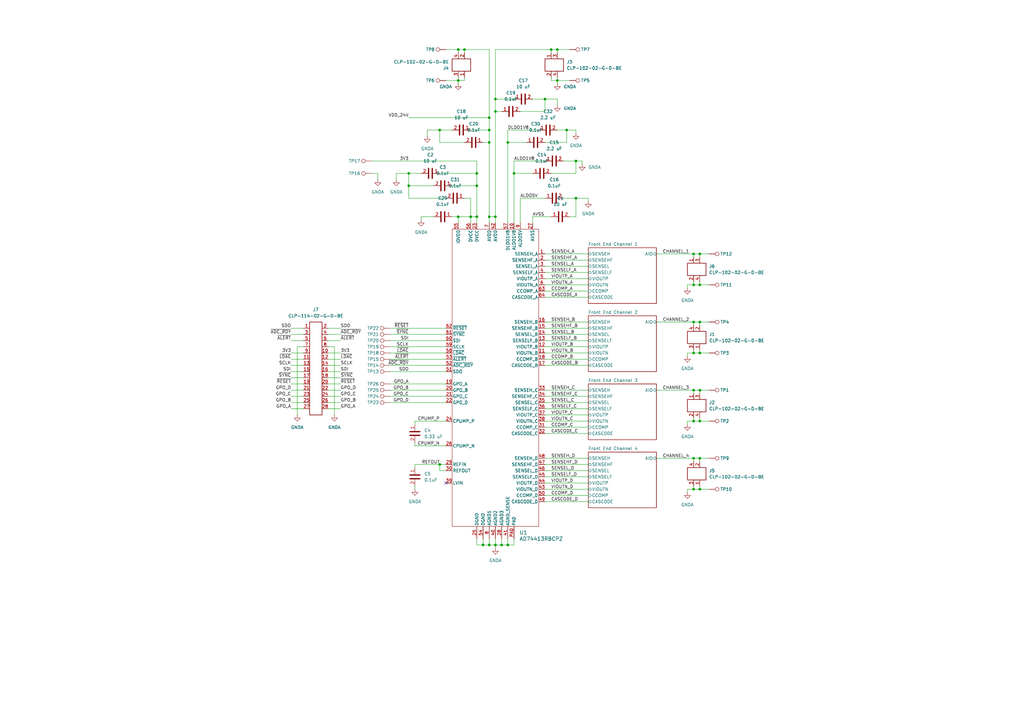
<source format=kicad_sch>
(kicad_sch (version 20231120) (generator "eeschema") (generator_version "8.0")
  (paper "A3")
  (junction (at 284.48 187.96))
  (junction (at 198.12 223.52))
  (junction (at 193.04 88.9))
  (junction (at 284.48 144.78))
  (junction (at 167.64 76.2))
  (junction (at 208.28 58.42))
  (junction (at 284.48 104.14))
  (junction (at 287.02 132.08))
  (junction (at 200.66 58.42))
  (junction (at 236.22 81.28))
  (junction (at 187.96 20.32))
  (junction (at 203.2 223.52))
  (junction (at 180.34 190.5))
  (junction (at 284.48 116.84))
  (junction (at 190.5 20.32))
  (junction (at 287.02 172.72))
  (junction (at 226.06 20.32))
  (junction (at 203.2 40.64))
  (junction (at 287.02 187.96))
  (junction (at 205.74 223.52))
  (junction (at 223.52 40.64))
  (junction (at 203.2 88.9))
  (junction (at 228.6 33.02))
  (junction (at 167.64 71.12))
  (junction (at 187.96 33.02))
  (junction (at 200.66 223.52))
  (junction (at 236.22 66.04))
  (junction (at 203.2 45.72))
  (junction (at 287.02 200.66))
  (junction (at 200.66 48.26))
  (junction (at 208.28 223.52))
  (junction (at 195.58 76.2))
  (junction (at 187.96 88.9))
  (junction (at 180.34 53.34))
  (junction (at 284.48 160.02))
  (junction (at 287.02 160.02))
  (junction (at 210.82 71.12))
  (junction (at 232.41 53.34))
  (junction (at 284.48 200.66))
  (junction (at 287.02 116.84))
  (junction (at 200.66 53.34))
  (junction (at 200.66 88.9))
  (junction (at 284.48 172.72))
  (junction (at 284.48 132.08))
  (junction (at 195.58 71.12))
  (junction (at 228.6 20.32))
  (junction (at 287.02 144.78))
  (junction (at 287.02 104.14))
  (junction (at 195.58 88.9))
  (no_connect (at 182.88 198.12))
  (wire (pts (xy 223.52 58.42) (xy 232.41 58.42)))
  (wire (pts (xy 228.6 31.75) (xy 228.6 33.02)))
  (wire (pts (xy 134.62 147.32) (xy 139.7 147.32)))
  (wire (pts (xy 190.5 20.32) (xy 190.5 21.59)))
  (wire (pts (xy 119.38 167.64) (xy 124.46 167.64)))
  (wire (pts (xy 232.41 53.34) (xy 228.6 53.34)))
  (wire (pts (xy 213.36 45.72) (xy 223.52 45.72)))
  (wire (pts (xy 198.12 220.98) (xy 198.12 223.52)))
  (wire (pts (xy 193.04 53.34) (xy 200.66 53.34)))
  (wire (pts (xy 228.6 34.29) (xy 228.6 33.02)))
  (wire (pts (xy 226.06 20.32) (xy 203.2 20.32)))
  (wire (pts (xy 223.52 114.3) (xy 241.3 114.3)))
  (wire (pts (xy 210.82 220.98) (xy 210.82 223.52)))
  (wire (pts (xy 218.44 71.12) (xy 210.82 71.12)))
  (wire (pts (xy 287.02 160.02) (xy 290.83 160.02)))
  (wire (pts (xy 200.66 20.32) (xy 200.66 48.26)))
  (wire (pts (xy 223.52 170.18) (xy 241.3 170.18)))
  (wire (pts (xy 170.18 173.99) (xy 170.18 172.72)))
  (wire (pts (xy 160.02 144.78) (xy 182.88 144.78)))
  (wire (pts (xy 200.66 223.52) (xy 203.2 223.52)))
  (wire (pts (xy 223.52 203.2) (xy 241.3 203.2)))
  (wire (pts (xy 134.62 167.64) (xy 139.7 167.64)))
  (wire (pts (xy 269.24 160.02) (xy 284.48 160.02)))
  (wire (pts (xy 210.82 40.64) (xy 203.2 40.64)))
  (wire (pts (xy 200.66 88.9) (xy 200.66 91.44)))
  (wire (pts (xy 187.96 20.32) (xy 190.5 20.32)))
  (wire (pts (xy 213.36 81.28) (xy 223.52 81.28)))
  (wire (pts (xy 190.5 31.75) (xy 190.5 33.02)))
  (wire (pts (xy 200.66 58.42) (xy 198.12 58.42)))
  (wire (pts (xy 200.66 53.34) (xy 200.66 48.26)))
  (wire (pts (xy 134.62 134.62) (xy 139.7 134.62)))
  (wire (pts (xy 223.52 104.14) (xy 241.3 104.14)))
  (wire (pts (xy 223.52 119.38) (xy 241.3 119.38)))
  (wire (pts (xy 223.52 106.68) (xy 241.3 106.68)))
  (wire (pts (xy 160.02 134.62) (xy 182.88 134.62)))
  (wire (pts (xy 170.18 181.61) (xy 170.18 182.88)))
  (wire (pts (xy 152.4 66.04) (xy 195.58 66.04)))
  (wire (pts (xy 208.28 58.42) (xy 208.28 91.44)))
  (wire (pts (xy 134.62 139.7) (xy 139.7 139.7)))
  (wire (pts (xy 284.48 104.14) (xy 287.02 104.14)))
  (wire (pts (xy 203.2 45.72) (xy 205.74 45.72)))
  (wire (pts (xy 205.74 220.98) (xy 205.74 223.52)))
  (wire (pts (xy 208.28 53.34) (xy 220.98 53.34)))
  (wire (pts (xy 134.62 162.56) (xy 139.7 162.56)))
  (wire (pts (xy 195.58 223.52) (xy 198.12 223.52)))
  (wire (pts (xy 228.6 20.32) (xy 228.6 21.59)))
  (wire (pts (xy 203.2 88.9) (xy 203.2 91.44)))
  (wire (pts (xy 170.18 172.72) (xy 182.88 172.72)))
  (wire (pts (xy 167.64 71.12) (xy 172.72 71.12)))
  (wire (pts (xy 228.6 40.64) (xy 223.52 40.64)))
  (wire (pts (xy 208.28 223.52) (xy 205.74 223.52)))
  (wire (pts (xy 200.66 58.42) (xy 200.66 88.9)))
  (wire (pts (xy 284.48 160.02) (xy 284.48 161.29)))
  (wire (pts (xy 210.82 71.12) (xy 210.82 66.04)))
  (wire (pts (xy 119.38 160.02) (xy 124.46 160.02)))
  (wire (pts (xy 160.02 160.02) (xy 182.88 160.02)))
  (wire (pts (xy 269.24 104.14) (xy 284.48 104.14)))
  (wire (pts (xy 134.62 165.1) (xy 139.7 165.1)))
  (wire (pts (xy 210.82 66.04) (xy 223.52 66.04)))
  (wire (pts (xy 287.02 172.72) (xy 290.83 172.72)))
  (wire (pts (xy 223.52 137.16) (xy 241.3 137.16)))
  (wire (pts (xy 223.52 132.08) (xy 241.3 132.08)))
  (wire (pts (xy 223.52 200.66) (xy 241.3 200.66)))
  (wire (pts (xy 134.62 157.48) (xy 139.7 157.48)))
  (wire (pts (xy 210.82 223.52) (xy 208.28 223.52)))
  (wire (pts (xy 215.9 58.42) (xy 208.28 58.42)))
  (wire (pts (xy 172.72 88.9) (xy 177.8 88.9)))
  (wire (pts (xy 193.04 88.9) (xy 195.58 88.9)))
  (wire (pts (xy 228.6 33.02) (xy 226.06 33.02)))
  (wire (pts (xy 119.38 139.7) (xy 124.46 139.7)))
  (wire (pts (xy 134.62 137.16) (xy 139.7 137.16)))
  (wire (pts (xy 284.48 200.66) (xy 287.02 200.66)))
  (wire (pts (xy 203.2 20.32) (xy 203.2 40.64)))
  (wire (pts (xy 167.64 76.2) (xy 167.64 71.12)))
  (wire (pts (xy 223.52 147.32) (xy 241.3 147.32)))
  (wire (pts (xy 119.38 165.1) (xy 124.46 165.1)))
  (wire (pts (xy 160.02 152.4) (xy 182.88 152.4)))
  (wire (pts (xy 182.88 33.02) (xy 187.96 33.02)))
  (wire (pts (xy 281.94 116.84) (xy 281.94 118.11)))
  (wire (pts (xy 281.94 144.78) (xy 284.48 144.78)))
  (wire (pts (xy 180.34 193.04) (xy 180.34 190.5)))
  (wire (pts (xy 287.02 200.66) (xy 290.83 200.66)))
  (wire (pts (xy 233.68 20.32) (xy 228.6 20.32)))
  (wire (pts (xy 185.42 76.2) (xy 195.58 76.2)))
  (wire (pts (xy 236.22 53.34) (xy 232.41 53.34)))
  (wire (pts (xy 134.62 154.94) (xy 139.7 154.94)))
  (wire (pts (xy 134.62 160.02) (xy 139.7 160.02)))
  (wire (pts (xy 208.28 220.98) (xy 208.28 223.52)))
  (wire (pts (xy 223.52 177.8) (xy 241.3 177.8)))
  (wire (pts (xy 187.96 88.9) (xy 185.42 88.9)))
  (wire (pts (xy 203.2 224.79) (xy 203.2 223.52)))
  (wire (pts (xy 119.38 162.56) (xy 124.46 162.56)))
  (wire (pts (xy 195.58 71.12) (xy 195.58 76.2)))
  (wire (pts (xy 223.52 193.04) (xy 241.3 193.04)))
  (wire (pts (xy 284.48 172.72) (xy 287.02 172.72)))
  (wire (pts (xy 223.52 40.64) (xy 218.44 40.64)))
  (wire (pts (xy 172.72 90.17) (xy 172.72 88.9)))
  (wire (pts (xy 121.92 142.24) (xy 124.46 142.24)))
  (wire (pts (xy 287.02 144.78) (xy 290.83 144.78)))
  (wire (pts (xy 223.52 45.72) (xy 223.52 40.64)))
  (wire (pts (xy 223.52 144.78) (xy 241.3 144.78)))
  (wire (pts (xy 233.68 88.9) (xy 236.22 88.9)))
  (wire (pts (xy 193.04 88.9) (xy 193.04 91.44)))
  (wire (pts (xy 195.58 71.12) (xy 195.58 66.04)))
  (wire (pts (xy 223.52 167.64) (xy 241.3 167.64)))
  (wire (pts (xy 134.62 152.4) (xy 139.7 152.4)))
  (wire (pts (xy 203.2 40.64) (xy 203.2 45.72)))
  (wire (pts (xy 200.66 220.98) (xy 200.66 223.52)))
  (wire (pts (xy 162.56 71.12) (xy 167.64 71.12)))
  (wire (pts (xy 119.38 147.32) (xy 124.46 147.32)))
  (wire (pts (xy 236.22 66.04) (xy 231.14 66.04)))
  (wire (pts (xy 223.52 195.58) (xy 241.3 195.58)))
  (wire (pts (xy 203.2 220.98) (xy 203.2 223.52)))
  (wire (pts (xy 208.28 58.42) (xy 208.28 53.34)))
  (wire (pts (xy 284.48 116.84) (xy 284.48 115.57)))
  (wire (pts (xy 175.26 53.34) (xy 180.34 53.34)))
  (wire (pts (xy 203.2 88.9) (xy 200.66 88.9)))
  (wire (pts (xy 134.62 142.24) (xy 137.16 142.24)))
  (wire (pts (xy 160.02 149.86) (xy 182.88 149.86)))
  (wire (pts (xy 223.52 116.84) (xy 241.3 116.84)))
  (wire (pts (xy 187.96 34.29) (xy 187.96 33.02)))
  (wire (pts (xy 160.02 137.16) (xy 182.88 137.16)))
  (wire (pts (xy 182.88 81.28) (xy 167.64 81.28)))
  (wire (pts (xy 119.38 149.86) (xy 124.46 149.86)))
  (wire (pts (xy 167.64 48.26) (xy 200.66 48.26)))
  (wire (pts (xy 223.52 175.26) (xy 241.3 175.26)))
  (wire (pts (xy 226.06 20.32) (xy 226.06 21.59)))
  (wire (pts (xy 281.94 200.66) (xy 281.94 201.93)))
  (wire (pts (xy 284.48 172.72) (xy 284.48 171.45)))
  (wire (pts (xy 160.02 139.7) (xy 182.88 139.7)))
  (wire (pts (xy 167.64 81.28) (xy 167.64 76.2)))
  (wire (pts (xy 210.82 71.12) (xy 210.82 91.44)))
  (wire (pts (xy 119.38 157.48) (xy 124.46 157.48)))
  (wire (pts (xy 223.52 205.74) (xy 241.3 205.74)))
  (wire (pts (xy 119.38 134.62) (xy 124.46 134.62)))
  (wire (pts (xy 119.38 144.78) (xy 124.46 144.78)))
  (wire (pts (xy 137.16 142.24) (xy 137.16 170.18)))
  (wire (pts (xy 223.52 142.24) (xy 241.3 142.24)))
  (wire (pts (xy 284.48 132.08) (xy 287.02 132.08)))
  (wire (pts (xy 226.06 31.75) (xy 226.06 33.02)))
  (wire (pts (xy 175.26 53.34) (xy 175.26 55.88)))
  (wire (pts (xy 223.52 109.22) (xy 241.3 109.22)))
  (wire (pts (xy 223.52 160.02) (xy 241.3 160.02)))
  (wire (pts (xy 160.02 147.32) (xy 182.88 147.32)))
  (wire (pts (xy 236.22 81.28) (xy 231.14 81.28)))
  (wire (pts (xy 287.02 143.51) (xy 287.02 144.78)))
  (wire (pts (xy 284.48 160.02) (xy 287.02 160.02)))
  (wire (pts (xy 284.48 132.08) (xy 284.48 133.35)))
  (wire (pts (xy 203.2 223.52) (xy 205.74 223.52)))
  (wire (pts (xy 170.18 199.39) (xy 170.18 200.66)))
  (wire (pts (xy 284.48 187.96) (xy 287.02 187.96)))
  (wire (pts (xy 218.44 88.9) (xy 226.06 88.9)))
  (wire (pts (xy 182.88 20.32) (xy 187.96 20.32)))
  (wire (pts (xy 121.92 142.24) (xy 121.92 170.18)))
  (wire (pts (xy 180.34 53.34) (xy 185.42 53.34)))
  (wire (pts (xy 190.5 58.42) (xy 180.34 58.42)))
  (wire (pts (xy 287.02 171.45) (xy 287.02 172.72)))
  (wire (pts (xy 195.58 91.44) (xy 195.58 88.9)))
  (wire (pts (xy 160.02 157.48) (xy 182.88 157.48)))
  (wire (pts (xy 281.94 200.66) (xy 284.48 200.66)))
  (wire (pts (xy 284.48 200.66) (xy 284.48 199.39)))
  (wire (pts (xy 228.6 33.02) (xy 233.68 33.02)))
  (wire (pts (xy 195.58 88.9) (xy 195.58 76.2)))
  (wire (pts (xy 134.62 144.78) (xy 139.7 144.78)))
  (wire (pts (xy 190.5 81.28) (xy 193.04 81.28)))
  (wire (pts (xy 187.96 33.02) (xy 190.5 33.02)))
  (wire (pts (xy 281.94 116.84) (xy 284.48 116.84)))
  (wire (pts (xy 287.02 116.84) (xy 290.83 116.84)))
  (wire (pts (xy 160.02 165.1) (xy 182.88 165.1)))
  (wire (pts (xy 180.34 190.5) (xy 182.88 190.5)))
  (wire (pts (xy 154.94 73.66) (xy 154.94 71.12)))
  (wire (pts (xy 238.76 67.31) (xy 238.76 66.04)))
  (wire (pts (xy 284.48 104.14) (xy 284.48 105.41)))
  (wire (pts (xy 228.6 20.32) (xy 226.06 20.32)))
  (wire (pts (xy 180.34 58.42) (xy 180.34 53.34)))
  (wire (pts (xy 223.52 121.92) (xy 241.3 121.92)))
  (wire (pts (xy 198.12 223.52) (xy 200.66 223.52)))
  (wire (pts (xy 287.02 105.41) (xy 287.02 104.14)))
  (wire (pts (xy 228.6 40.64) (xy 228.6 43.18)))
  (wire (pts (xy 223.52 198.12) (xy 241.3 198.12)))
  (wire (pts (xy 223.52 172.72) (xy 241.3 172.72)))
  (wire (pts (xy 223.52 139.7) (xy 241.3 139.7)))
  (wire (pts (xy 232.41 58.42) (xy 232.41 53.34)))
  (wire (pts (xy 236.22 54.61) (xy 236.22 53.34)))
  (wire (pts (xy 119.38 152.4) (xy 124.46 152.4)))
  (wire (pts (xy 119.38 137.16) (xy 124.46 137.16)))
  (wire (pts (xy 187.96 88.9) (xy 193.04 88.9)))
  (wire (pts (xy 195.58 220.98) (xy 195.58 223.52)))
  (wire (pts (xy 218.44 91.44) (xy 218.44 88.9)))
  (wire (pts (xy 287.02 104.14) (xy 290.83 104.14)))
  (wire (pts (xy 287.02 189.23) (xy 287.02 187.96)))
  (wire (pts (xy 284.48 187.96) (xy 284.48 189.23)))
  (wire (pts (xy 287.02 199.39) (xy 287.02 200.66)))
  (wire (pts (xy 281.94 172.72) (xy 281.94 173.99)))
  (wire (pts (xy 187.96 20.32) (xy 187.96 21.59)))
  (wire (pts (xy 284.48 144.78) (xy 287.02 144.78)))
  (wire (pts (xy 287.02 187.96) (xy 290.83 187.96)))
  (wire (pts (xy 236.22 81.28) (xy 236.22 88.9)))
  (wire (pts (xy 203.2 45.72) (xy 203.2 88.9)))
  (wire (pts (xy 287.02 115.57) (xy 287.02 116.84)))
  (wire (pts (xy 177.8 76.2) (xy 167.64 76.2)))
  (wire (pts (xy 236.22 71.12) (xy 236.22 66.04)))
  (wire (pts (xy 134.62 149.86) (xy 139.7 149.86)))
  (wire (pts (xy 226.06 71.12) (xy 236.22 71.12)))
  (wire (pts (xy 223.52 165.1) (xy 241.3 165.1)))
  (wire (pts (xy 238.76 66.04) (xy 236.22 66.04)))
  (wire (pts (xy 269.24 187.96) (xy 284.48 187.96)))
  (wire (pts (xy 170.18 182.88) (xy 182.88 182.88)))
  (wire (pts (xy 162.56 71.12) (xy 162.56 73.66)))
  (wire (pts (xy 223.52 187.96) (xy 241.3 187.96)))
  (wire (pts (xy 200.66 58.42) (xy 200.66 53.34)))
  (wire (pts (xy 223.52 111.76) (xy 241.3 111.76)))
  (wire (pts (xy 281.94 172.72) (xy 284.48 172.72)))
  (wire (pts (xy 195.58 71.12) (xy 180.34 71.12)))
  (wire (pts (xy 187.96 88.9) (xy 187.96 91.44)))
  (wire (pts (xy 223.52 190.5) (xy 241.3 190.5)))
  (wire (pts (xy 154.94 71.12) (xy 152.4 71.12)))
  (wire (pts (xy 160.02 142.24) (xy 182.88 142.24)))
  (wire (pts (xy 170.18 190.5) (xy 180.34 190.5)))
  (wire (pts (xy 241.3 81.28) (xy 236.22 81.28)))
  (wire (pts (xy 287.02 161.29) (xy 287.02 160.02)))
  (wire (pts (xy 287.02 132.08) (xy 290.83 132.08)))
  (wire (pts (xy 187.96 31.75) (xy 187.96 33.02)))
  (wire (pts (xy 213.36 81.28) (xy 213.36 91.44)))
  (wire (pts (xy 119.38 154.94) (xy 124.46 154.94)))
  (wire (pts (xy 281.94 144.78) (xy 281.94 146.05)))
  (wire (pts (xy 190.5 20.32) (xy 200.66 20.32)))
  (wire (pts (xy 223.52 149.86) (xy 241.3 149.86)))
  (wire (pts (xy 241.3 81.28) (xy 241.3 82.55)))
  (wire (pts (xy 284.48 144.78) (xy 284.48 143.51)))
  (wire (pts (xy 269.24 132.08) (xy 284.48 132.08)))
  (wire (pts (xy 160.02 162.56) (xy 182.88 162.56)))
  (wire (pts (xy 170.18 191.77) (xy 170.18 190.5)))
  (wire (pts (xy 182.88 193.04) (xy 180.34 193.04)))
  (wire (pts (xy 287.02 133.35) (xy 287.02 132.08)))
  (wire (pts (xy 284.48 116.84) (xy 287.02 116.84)))
  (wire (pts (xy 193.04 81.28) (xy 193.04 88.9)))
  (wire (pts (xy 223.52 162.56) (xy 241.3 162.56)))
  (wire (pts (xy 223.52 134.62) (xy 241.3 134.62)))
  (label "~{LDAC}" (at 167.64 144.78 180))
  (label "~{SYNC}" (at 139.7 154.94 0))
  (label "CASCODE_A" (at 226.06 121.92 0))
  (label "3V3" (at 119.38 144.78 180))
  (label "~{ADC_RDY}" (at 167.64 149.86 180))
  (label "DLDO1V8" (at 208.28 53.34 0))
  (label "SDO" (at 139.7 134.62 0))
  (label "VIOUTP_A" (at 226.06 114.3 0))
  (label "GPO_A" (at 119.38 167.64 180))
  (label "~{ADC_RDY}" (at 119.38 137.16 180))
  (label "SENSEH_B" (at 226.06 132.08 0))
  (label "SENSEHF_B" (at 226.06 134.62 0))
  (label "SENSELF_B" (at 226.06 139.7 0))
  (label "GPO_B" (at 139.7 165.1 0))
  (label "SENSELF_D" (at 226.06 195.58 0))
  (label "CHANNEL_3" (at 271.78 160.02 0))
  (label "CHANNEL_1" (at 271.78 104.14 0))
  (label "SENSEH_C" (at 226.06 160.02 0))
  (label "VDD_24V" (at 167.64 48.26 180))
  (label "~{RESET}" (at 167.64 134.62 180))
  (label "SENSEL_C" (at 226.06 165.1 0))
  (label "SENSELF_C" (at 226.06 167.64 0))
  (label "~{ALERT}" (at 167.64 147.32 180))
  (label "3V3" (at 167.64 66.04 180))
  (label "VIOUTN_C" (at 226.06 172.72 0))
  (label "GPO_C" (at 139.7 162.56 0))
  (label "~{LDAC}" (at 139.7 147.32 0))
  (label "SENSEH_A" (at 226.06 104.14 0))
  (label "SENSEL_A" (at 226.06 109.22 0))
  (label "SDO" (at 119.38 134.62 180))
  (label "SENSELF_A" (at 226.06 111.76 0))
  (label "CCOMP_B" (at 226.06 147.32 0))
  (label "GPO_A" (at 167.64 157.48 180))
  (label "SENSEHF_D" (at 226.06 190.5 0))
  (label "GPO_C" (at 167.64 162.56 180))
  (label "SCLK" (at 119.38 149.86 180))
  (label "CPUMP_P" (at 180.34 172.72 180))
  (label "VIOUTN_B" (at 226.06 144.78 0))
  (label "SCLK" (at 139.7 149.86 0))
  (label "~{ALERT}" (at 119.38 139.7 180))
  (label "SDI" (at 139.7 152.4 0))
  (label "SDO" (at 167.64 152.4 180))
  (label "~{SYNC}" (at 167.64 137.16 180))
  (label "~{LDAC}" (at 119.38 147.32 180))
  (label "GPO_A" (at 139.7 167.64 0))
  (label "GPO_C" (at 119.38 162.56 180))
  (label "SENSEL_B" (at 226.06 137.16 0))
  (label "ALDO5V" (at 213.36 81.28 0))
  (label "GPO_B" (at 167.64 160.02 180))
  (label "3V3" (at 139.7 144.78 0))
  (label "CCOMP_C" (at 226.06 175.26 0))
  (label "AVSS" (at 218.44 88.9 0))
  (label "~{ALERT}" (at 139.7 139.7 0))
  (label "VIOUTP_B" (at 226.06 142.24 0))
  (label "CHANNEL_4" (at 271.78 187.96 0))
  (label "CASCODE_C" (at 226.06 177.8 0))
  (label "GPO_D" (at 119.38 160.02 180))
  (label "VIOUTP_D" (at 226.06 198.12 0))
  (label "REFOUT" (at 180.34 190.5 180))
  (label "SDI" (at 119.38 152.4 180))
  (label "CASCODE_D" (at 226.06 205.74 0))
  (label "~{RESET}" (at 119.38 157.48 180))
  (label "GPO_D" (at 167.64 165.1 180))
  (label "ALDO1V8" (at 210.82 66.04 0))
  (label "~{ADC_RDY}" (at 139.7 137.16 0))
  (label "CHANNEL_2" (at 271.78 132.08 0))
  (label "CPUMP_N" (at 180.34 182.88 180))
  (label "GPO_B" (at 119.38 165.1 180))
  (label "SENSEHF_C" (at 226.06 162.56 0))
  (label "SENSEH_D" (at 226.06 187.96 0))
  (label "CCOMP_A" (at 226.06 119.38 0))
  (label "SENSEHF_A" (at 226.06 106.68 0))
  (label "VIOUTP_C" (at 226.06 170.18 0))
  (label "CASCODE_B" (at 226.06 149.86 0))
  (label "GPO_D" (at 139.7 160.02 0))
  (label "VIOUTN_D" (at 226.06 200.66 0))
  (label "VIOUTN_A" (at 226.06 116.84 0))
  (label "CCOMP_D" (at 226.06 203.2 0))
  (label "SENSEL_D" (at 226.06 193.04 0))
  (label "~{RESET}" (at 139.7 157.48 0))
  (label "SDI" (at 167.64 139.7 180))
  (label "~{SYNC}" (at 119.38 154.94 180))
  (label "SCLK" (at 167.64 142.24 180))
  (symbol (lib_id "power:GNDA") (at 228.6 34.29 0) (mirror y) (unit 1)
    (property "Reference" "#PWR027" (effects (hide yes)))
    (property "Value" "GNDA" (at 231.14 35.5599 0) (effects (justify right)))
    (property "Description" "Power symbol creates a global label with name \"GNDA\" , analog ground" (effects (hide yes)))
  )
  (symbol (lib_id "UNITED_TEST_POINTS:TestPoint_Castelated") (at 182.88 20.32 90) (mirror x) (unit 1)
    (property "Reference" "TP8" (at 178.308 20.32 90) (effects (justify left)))
    (property "Value" "TestPoint" (effects (hide yes)))
    (property "Footprint" "test_point_footprints:TestPoint_THTPad_Castelated" (effects (hide yes)))
    (property "Description" "test point" (effects (hide yes)))
  )
  (symbol (lib_id "power:GNDA") (at 281.94 146.05 0) (unit 1)
    (property "Reference" "#PWR025" (effects (hide yes)))
    (property "Value" "GNDA" (at 281.94 151.13 0))
    (property "Description" "Power symbol creates a global label with name \"GNDA\" , analog ground" (effects (hide yes)))
  )
  (symbol (lib_id "UNITED_CAPACITORS_DATA_BASE:C_CL31B106KBHNNN#") (at 189.23 53.34 180) (unit 1)
    (property "Reference" "C18" (at 189.23 45.72 0))
    (property "Value" "10 uF" (at 189.23 48.26 0))
    (property "Footprint" "capacitor_footprints:C_1206_3216Metric" (effects (hide yes)))
    (property "Datasheet" "https://weblib.samsungsem.com/mlcc/mlcc-ec-data-sheet.do?partNumber=CL31B106KBHNNN#" (effects (hide yes)))
    (property "Description" "CAP SMD 10 µF X7R 10% 1206 50V" (effects (hide yes)))
    (property "MPN" "CL31B106KBHNNN#" (effects (hide yes)))
    (property "Voltage Rating DC" "50 VDC " (effects (hide yes)))
    (property "Tolerance" "10%" (effects (hide yes)))
    (property "Symbol Name" "C_CL31B106KBHNNN#" (effects (hide yes)))
    (property "Manufacturer" "Samsung Electro-Mechanics" (effects (hide yes)))
    (property "Case Code - in" "1206" (effects (hide yes)))
    (property "Case Code - mm" "3216" (effects (hide yes)))
    (property "Dielectric" "X7R" (effects (hide yes)))
    (property "Series" "CL31B" (effects (hide yes)))
    (property "Trustedparts Search" "https://www.trustedparts.com/en/search/CL31/CL31B106KBHNNN#" (effects (hide yes)))
    (property "Voltage Rating" "50V" (effects (hide yes)))
  )
  (symbol (lib_id "power:GNDA") (at 236.22 54.61 0) (mirror y) (unit 1)
    (property "Reference" "#PWR07" (effects (hide yes)))
    (property "Value" "GNDA" (at 236.22 59.69 0))
    (property "Description" "Power symbol creates a global label with name \"GNDA\" , analog ground" (effects (hide yes)))
  )
  (symbol (lib_id "UNITED_TEST_POINTS:TestPoint_Castelated") (at 160.02 165.1 90) (mirror x) (unit 1)
    (property "Reference" "TP23" (at 155.448 165.1 90) (effects (justify left)))
    (property "Value" "TestPoint" (effects (hide yes)))
    (property "Footprint" "test_point_footprints:TestPoint_THTPad_Castelated" (effects (hide yes)))
    (property "Description" "test point" (effects (hide yes)))
  )
  (symbol (lib_id "power:GNDA") (at 154.94 73.66 0) (unit 1)
    (property "Reference" "#PWR022" (effects (hide yes)))
    (property "Value" "GNDA" (at 154.94 78.74 0))
    (property "Description" "Power symbol creates a global label with name \"GNDA\" , analog ground" (effects (hide yes)))
  )
  (symbol (lib_id "UNITED_CAPACITORS_DATA_BASE:C_GRM155Z71A225KE44D") (at 224.79 53.34 0) (mirror x) (unit 1)
    (property "Reference" "C32" (at 224.79 45.72 0))
    (property "Value" "2.2 uF" (at 224.79 48.26 0))
    (property "Footprint" "capacitor_footprints:C_0402_1005Metric" (effects (hide yes)))
    (property "Datasheet" "https://search.murata.co.jp/Ceramy/image/img/A01X/G101/ENG/GRM155Z71A225KE44-01.pdf" (effects (hide yes)))
    (property "Description" "CAP SMD 2.2 µF X7R 10% 0402 10V" (effects (hide yes)))
    (property "MPN" "GRM155Z71A225KE44D" (effects (hide yes)))
    (property "Voltage Rating DC" "10 VDC" (effects (hide yes)))
    (property "Tolerance" "10%" (effects (hide yes)))
    (property "Symbol Name" "C_GRM155Z71A225KE44D" (effects (hide yes)))
    (property "Manufacturer" "Murata Electronics" (effects (hide yes)))
    (property "Case Code - in" "0402" (effects (hide yes)))
    (property "Case Code - mm" "1005" (effects (hide yes)))
    (property "Dielectric" "X7R" (effects (hide yes)))
    (property "Series" "GRM155Z71A" (effects (hide yes)))
    (property "Trustedparts Search" "https://www.trustedparts.com/en/search/GRM155Z71A225KE44D" (effects (hide yes)))
    (property "Voltage Rating" "10V" (effects (hide yes)))
  )
  (symbol (lib_id "UNITED_CAPACITORS_DATA_BASE:C_CL31B106KBHNNN#") (at 214.63 40.64 0) (mirror x) (unit 1)
    (property "Reference" "C17" (at 214.63 33.02 0))
    (property "Value" "10 uF" (at 214.63 35.56 0))
    (property "Footprint" "capacitor_footprints:C_1206_3216Metric" (effects (hide yes)))
    (property "Datasheet" "https://weblib.samsungsem.com/mlcc/mlcc-ec-data-sheet.do?partNumber=CL31B106KBHNNN#" (effects (hide yes)))
    (property "Description" "CAP SMD 10 µF X7R 10% 1206 50V" (effects (hide yes)))
    (property "MPN" "CL31B106KBHNNN#" (effects (hide yes)))
    (property "Voltage Rating DC" "50 VDC " (effects (hide yes)))
    (property "Tolerance" "10%" (effects (hide yes)))
    (property "Symbol Name" "C_CL31B106KBHNNN#" (effects (hide yes)))
    (property "Manufacturer" "Samsung Electro-Mechanics" (effects (hide yes)))
    (property "Case Code - in" "1206" (effects (hide yes)))
    (property "Case Code - mm" "3216" (effects (hide yes)))
    (property "Dielectric" "X7R" (effects (hide yes)))
    (property "Series" "CL31B" (effects (hide yes)))
    (property "Trustedparts Search" "https://www.trustedparts.com/en/search/CL31/CL31B106KBHNNN#" (effects (hide yes)))
    (property "Voltage Rating" "50V" (effects (hide yes)))
  )
  (symbol (lib_id "power:GNDA") (at 137.16 170.18 0) (unit 1)
    (property "Reference" "#PWR029" (effects (hide yes)))
    (property "Value" "GNDA" (at 137.16 175.26 0))
    (property "Description" "Power symbol creates a global label with name \"GNDA\" , analog ground" (effects (hide yes)))
  )
  (symbol (lib_id "UNITED_CONNECTORS_DATA_BASE:J_CLP-102-02-G-D-BE") (at 285.75 194.31 270) (mirror x) (unit 1)
    (property "Reference" "J5" (at 290.83 193.0399 90) (effects (justify left)))
    (property "Value" "CLP-102-02-G-D-BE" (at 290.83 195.5799 90) (effects (justify left)))
    (property "Footprint" "connector_footprints:CLP-102-02-G-D-BE" (effects (hide yes)))
    (property "Datasheet" "https://suddendocs.samtec.com/catalog_english/clp_sm.pdf?_gl=1*1y4jlr9*_gcl_au*MTM0MTYyNTQ5MS4xNzM2MDk5MTUz*_ga*MTYxNDYyMTQ0Mi4xNzM2MDk5MTUz*_ga_3KFNZC07WW*MTczNjY4MDQ4OS4xNS4xLjE3MzY2ODEzNzcuNjAuMC4w" (effects (hide yes)))
    (property "Description" "Samtec CLP-1xx-02-G-D-BE series,  2 positions connector,  1.27 mm pitch,  Black,  Vertical mounting,  5.2 A,  300 V,  Through Hole,  Tin plated" (effects (hide yes)))
    (property "Color" "Black" (effects (hide yes)))
    (property "Contact Plating" "Tin" (effects (hide yes)))
    (property "Current Rating (A)" "5.2" (effects (hide yes)))
    (property "MPN" "CLP-102-02-G-D-BE" (effects (hide yes)))
    (property "Manufacturer" "Samtec" (effects (hide yes)))
    (property "Mounting Angle" "Vertical" (effects (hide yes)))
    (property "Mounting Style" "Through Hole" (effects (hide yes)))
    (property "Number of Rows" "2" (effects (hide yes)))
    (property "Pin Count" "2" (effects (hide yes)))
    (property "Pitch (mm)" "1.27" (effects (hide yes)))
    (property "Series" "CLP-1xx-02-G-D-BE" (effects (hide yes)))
    (property "Symbol Name" "J_CLP-102-02-G-D-BE" (effects (hide yes)))
    (property "Trustedparts Search" "https://www.trustedparts.com/en/search/CLP-102-02-G-D-BE" (effects (hide yes)))
    (property "Voltage Rating (V)" "300" (effects (hide yes)))
  )
  (symbol (lib_id "UNITED_CAPACITORS_DATA_BASE:C_GCM155R71H104KE02D") (at 222.25 71.12 0) (mirror x) (unit 1)
    (property "Reference" "C14" (at 222.25 63.5 0))
    (property "Value" "0.1uF" (at 222.25 66.04 0))
    (property "Footprint" "capacitor_footprints:C_0402_1005Metric" (effects (hide yes)))
    (property "Datasheet" "https://search.murata.co.jp/Ceramy/image/img/A01X/G101/ENG/GCM155R71H104KE02-01.pdf" (effects (hide yes)))
    (property "Description" "CAP SMD 100 nF X7R 10% 0402 50V" (effects (hide yes)))
    (property "MPN" "GCM155R71H104KE02D" (effects (hide yes)))
    (property "Voltage Rating DC" "50 VDC " (effects (hide yes)))
    (property "Tolerance" "10%" (effects (hide yes)))
    (property "Symbol Name" "C_GCM155R71H104KE02D" (effects (hide yes)))
    (property "Manufacturer" "Murata Electronics" (effects (hide yes)))
    (property "Case Code - in" "0402" (effects (hide yes)))
    (property "Case Code - mm" "1005" (effects (hide yes)))
    (property "Dielectric" "X7R" (effects (hide yes)))
    (property "Series" "GCM155R71H" (effects (hide yes)))
    (property "Trustedparts Search" "https://www.trustedparts.com/en/search/GCM155R71H104KE02D" (effects (hide yes)))
    (property "Voltage Rating" "50V" (effects (hide yes)))
  )
  (symbol (lib_id "UNITED_TEST_POINTS:TestPoint_Castelated") (at 290.83 187.96 270) (mirror x) (unit 1)
    (property "Reference" "TP9" (at 295.402 187.96 90) (effects (justify left)))
    (property "Value" "TestPoint" (effects (hide yes)))
    (property "Footprint" "test_point_footprints:TestPoint_THTPad_Castelated" (effects (hide yes)))
    (property "Description" "test point" (effects (hide yes)))
  )
  (symbol (lib_id "UNITED_TEST_POINTS:TestPoint_Castelated") (at 160.02 149.86 90) (mirror x) (unit 1)
    (property "Reference" "TP14" (at 155.448 149.86 90) (effects (justify left)))
    (property "Value" "TestPoint" (effects (hide yes)))
    (property "Footprint" "test_point_footprints:TestPoint_THTPad_Castelated" (effects (hide yes)))
    (property "Description" "test point" (effects (hide yes)))
  )
  (symbol (lib_id "power:GNDA") (at 228.6 43.18 0) (mirror y) (unit 1)
    (property "Reference" "#PWR06" (effects (hide yes)))
    (property "Value" "GNDA" (at 231.14 44.4499 0) (effects (justify right)))
    (property "Description" "Power symbol creates a global label with name \"GNDA\" , analog ground" (effects (hide yes)))
  )
  (symbol (lib_id "power:GNDA") (at 241.3 82.55 0) (mirror y) (unit 1)
    (property "Reference" "#PWR09" (effects (hide yes)))
    (property "Value" "GNDA" (at 241.3 87.63 0))
    (property "Description" "Power symbol creates a global label with name \"GNDA\" , analog ground" (effects (hide yes)))
  )
  (symbol (lib_id "UNITED_CONNECTORS_DATA_BASE:J_CLP-102-02-G-D-BE") (at 285.75 138.43 270) (mirror x) (unit 1)
    (property "Reference" "J1" (at 290.83 137.1599 90) (effects (justify left)))
    (property "Value" "CLP-102-02-G-D-BE" (at 290.83 139.6999 90) (effects (justify left)))
    (property "Footprint" "connector_footprints:CLP-102-02-G-D-BE" (effects (hide yes)))
    (property "Datasheet" "https://suddendocs.samtec.com/catalog_english/clp_sm.pdf?_gl=1*1y4jlr9*_gcl_au*MTM0MTYyNTQ5MS4xNzM2MDk5MTUz*_ga*MTYxNDYyMTQ0Mi4xNzM2MDk5MTUz*_ga_3KFNZC07WW*MTczNjY4MDQ4OS4xNS4xLjE3MzY2ODEzNzcuNjAuMC4w" (effects (hide yes)))
    (property "Description" "Samtec CLP-1xx-02-G-D-BE series,  2 positions connector,  1.27 mm pitch,  Black,  Vertical mounting,  5.2 A,  300 V,  Through Hole,  Tin plated" (effects (hide yes)))
    (property "Color" "Black" (effects (hide yes)))
    (property "Contact Plating" "Tin" (effects (hide yes)))
    (property "Current Rating (A)" "5.2" (effects (hide yes)))
    (property "MPN" "CLP-102-02-G-D-BE" (effects (hide yes)))
    (property "Manufacturer" "Samtec" (effects (hide yes)))
    (property "Mounting Angle" "Vertical" (effects (hide yes)))
    (property "Mounting Style" "Through Hole" (effects (hide yes)))
    (property "Number of Rows" "2" (effects (hide yes)))
    (property "Pin Count" "2" (effects (hide yes)))
    (property "Pitch (mm)" "1.27" (effects (hide yes)))
    (property "Series" "CLP-1xx-02-G-D-BE" (effects (hide yes)))
    (property "Symbol Name" "J_CLP-102-02-G-D-BE" (effects (hide yes)))
    (property "Trustedparts Search" "https://www.trustedparts.com/en/search/CLP-102-02-G-D-BE" (effects (hide yes)))
    (property "Voltage Rating (V)" "300" (effects (hide yes)))
  )
  (symbol (lib_id "UNITED_TEST_POINTS:TestPoint_Castelated") (at 290.83 144.78 270) (mirror x) (unit 1)
    (property "Reference" "TP3" (at 295.402 144.78 90) (effects (justify left)))
    (property "Value" "TestPoint" (effects (hide yes)))
    (property "Footprint" "test_point_footprints:TestPoint_THTPad_Castelated" (effects (hide yes)))
    (property "Description" "test point" (effects (hide yes)))
  )
  (symbol (lib_id "UNITED_CONNECTORS_DATA_BASE:J_CLP-114-02-G-D-BE") (at 129.54 151.13 0) (unit 1)
    (property "Reference" "J7" (at 129.54 127 0))
    (property "Value" "CLP-114-02-G-D-BE" (at 129.54 129.54 0))
    (property "Footprint" "connector_footprints:CLP-114-02-G-D-BE" (effects (hide yes)))
    (property "Datasheet" "https://suddendocs.samtec.com/catalog_english/clp_sm.pdf?_gl=1*1y4jlr9*_gcl_au*MTM0MTYyNTQ5MS4xNzM2MDk5MTUz*_ga*MTYxNDYyMTQ0Mi4xNzM2MDk5MTUz*_ga_3KFNZC07WW*MTczNjY4MDQ4OS4xNS4xLjE3MzY2ODEzNzcuNjAuMC4w" (effects (hide yes)))
    (property "Description" "Samtec CLP-1xx-02-G-D-BE series,  14 positions connector,  1.27 mm pitch,  Black,  Vertical mounting,  5.2 A,  300 V,  Through Hole,  Tin plated" (effects (hide yes)))
    (property "Color" "Black" (effects (hide yes)))
    (property "Contact Plating" "Tin" (effects (hide yes)))
    (property "Current Rating (A)" "5.2" (effects (hide yes)))
    (property "MPN" "CLP-114-02-G-D-BE" (effects (hide yes)))
    (property "Manufacturer" "Samtec" (effects (hide yes)))
    (property "Mounting Angle" "Vertical" (effects (hide yes)))
    (property "Mounting Style" "Through Hole" (effects (hide yes)))
    (property "Number of Rows" "2" (effects (hide yes)))
    (property "Pin Count" "14" (effects (hide yes)))
    (property "Pitch (mm)" "1.27" (effects (hide yes)))
    (property "Series" "CLP-1xx-02-G-D-BE" (effects (hide yes)))
    (property "Symbol Name" "J_CLP-114-02-G-D-BE" (effects (hide yes)))
    (property "Trustedparts Search" "https://www.trustedparts.com/en/search/CLP-114-02-G-D-BE" (effects (hide yes)))
    (property "Voltage Rating (V)" "300" (effects (hide yes)))
  )
  (symbol (lib_id "UNITED_CAPACITORS_DATA_BASE:C_GCM155R71H104KE02D") (at 219.71 58.42 0) (mirror x) (unit 1)
    (property "Reference" "C30" (at 219.71 50.8 0))
    (property "Value" "0.1uF" (at 219.71 53.34 0))
    (property "Footprint" "capacitor_footprints:C_0402_1005Metric" (effects (hide yes)))
    (property "Datasheet" "https://search.murata.co.jp/Ceramy/image/img/A01X/G101/ENG/GCM155R71H104KE02-01.pdf" (effects (hide yes)))
    (property "Description" "CAP SMD 100 nF X7R 10% 0402 50V" (effects (hide yes)))
    (property "MPN" "GCM155R71H104KE02D" (effects (hide yes)))
    (property "Voltage Rating DC" "50 VDC " (effects (hide yes)))
    (property "Tolerance" "10%" (effects (hide yes)))
    (property "Symbol Name" "C_GCM155R71H104KE02D" (effects (hide yes)))
    (property "Manufacturer" "Murata Electronics" (effects (hide yes)))
    (property "Case Code - in" "0402" (effects (hide yes)))
    (property "Case Code - mm" "1005" (effects (hide yes)))
    (property "Dielectric" "X7R" (effects (hide yes)))
    (property "Series" "GCM155R71H" (effects (hide yes)))
    (property "Trustedparts Search" "https://www.trustedparts.com/en/search/GCM155R71H104KE02D" (effects (hide yes)))
    (property "Voltage Rating" "50V" (effects (hide yes)))
  )
  (symbol (lib_id "UNITED_TEST_POINTS:TestPoint_Castelated") (at 160.02 152.4 90) (mirror x) (unit 1)
    (property "Reference" "TP13" (at 155.448 152.4 90) (effects (justify left)))
    (property "Value" "TestPoint" (effects (hide yes)))
    (property "Footprint" "test_point_footprints:TestPoint_THTPad_Castelated" (effects (hide yes)))
    (property "Description" "test point" (effects (hide yes)))
  )
  (symbol (lib_id "UNITED_CAPACITORS_DATA_BASE:C_GCM155R71H104KE02D") (at 170.18 195.58 270) (unit 1)
    (property "Reference" "C5" (at 173.99 194.3099 90) (effects (justify left)))
    (property "Value" "0.1uF" (at 173.99 196.8499 90) (effects (justify left)))
    (property "Footprint" "capacitor_footprints:C_0402_1005Metric" (effects (hide yes)))
    (property "Datasheet" "https://search.murata.co.jp/Ceramy/image/img/A01X/G101/ENG/GCM155R71H104KE02-01.pdf" (effects (hide yes)))
    (property "Description" "CAP SMD 100 nF X7R 10% 0402 50V" (effects (hide yes)))
    (property "MPN" "GCM155R71H104KE02D" (effects (hide yes)))
    (property "Voltage Rating DC" "50 VDC " (effects (hide yes)))
    (property "Tolerance" "10%" (effects (hide yes)))
    (property "Symbol Name" "C_GCM155R71H104KE02D" (effects (hide yes)))
    (property "Manufacturer" "Murata Electronics" (effects (hide yes)))
    (property "Case Code - in" "0402" (effects (hide yes)))
    (property "Case Code - mm" "1005" (effects (hide yes)))
    (property "Dielectric" "X7R" (effects (hide yes)))
    (property "Series" "GCM155R71H" (effects (hide yes)))
    (property "Trustedparts Search" "https://www.trustedparts.com/en/search/GCM155R71H104KE02D" (effects (hide yes)))
    (property "Voltage Rating" "50V" (effects (hide yes)))
  )
  (symbol (lib_id "UNITED_CAPACITORS_DATA_BASE:C_GCM155R71H104KE02D") (at 227.33 81.28 0) (mirror x) (unit 1)
    (property "Reference" "C16" (at 227.33 73.66 0))
    (property "Value" "0.1uF" (at 227.33 76.2 0))
    (property "Footprint" "capacitor_footprints:C_0402_1005Metric" (effects (hide yes)))
    (property "Datasheet" "https://search.murata.co.jp/Ceramy/image/img/A01X/G101/ENG/GCM155R71H104KE02-01.pdf" (effects (hide yes)))
    (property "Description" "CAP SMD 100 nF X7R 10% 0402 50V" (effects (hide yes)))
    (property "MPN" "GCM155R71H104KE02D" (effects (hide yes)))
    (property "Voltage Rating DC" "50 VDC " (effects (hide yes)))
    (property "Tolerance" "10%" (effects (hide yes)))
    (property "Symbol Name" "C_GCM155R71H104KE02D" (effects (hide yes)))
    (property "Manufacturer" "Murata Electronics" (effects (hide yes)))
    (property "Case Code - in" "0402" (effects (hide yes)))
    (property "Case Code - mm" "1005" (effects (hide yes)))
    (property "Dielectric" "X7R" (effects (hide yes)))
    (property "Series" "GCM155R71H" (effects (hide yes)))
    (property "Trustedparts Search" "https://www.trustedparts.com/en/search/GCM155R71H104KE02D" (effects (hide yes)))
    (property "Voltage Rating" "50V" (effects (hide yes)))
  )
  (symbol (lib_id "UNITED_CAPACITORS_DATA_BASE:C_GCM155R71H104KE02D") (at 181.61 76.2 180) (unit 1)
    (property "Reference" "C3" (at 181.61 68.58 0))
    (property "Value" "0.1uF" (at 181.61 71.12 0))
    (property "Footprint" "capacitor_footprints:C_0402_1005Metric" (effects (hide yes)))
    (property "Datasheet" "https://search.murata.co.jp/Ceramy/image/img/A01X/G101/ENG/GCM155R71H104KE02-01.pdf" (effects (hide yes)))
    (property "Description" "CAP SMD 100 nF X7R 10% 0402 50V" (effects (hide yes)))
    (property "MPN" "GCM155R71H104KE02D" (effects (hide yes)))
    (property "Voltage Rating DC" "50 VDC " (effects (hide yes)))
    (property "Tolerance" "10%" (effects (hide yes)))
    (property "Symbol Name" "C_GCM155R71H104KE02D" (effects (hide yes)))
    (property "Manufacturer" "Murata Electronics" (effects (hide yes)))
    (property "Case Code - in" "0402" (effects (hide yes)))
    (property "Case Code - mm" "1005" (effects (hide yes)))
    (property "Dielectric" "X7R" (effects (hide yes)))
    (property "Series" "GCM155R71H" (effects (hide yes)))
    (property "Trustedparts Search" "https://www.trustedparts.com/en/search/GCM155R71H104KE02D" (effects (hide yes)))
    (property "Voltage Rating" "50V" (effects (hide yes)))
  )
  (symbol (lib_id "UNITED_TEST_POINTS:TestPoint_Castelated") (at 160.02 139.7 90) (mirror x) (unit 1)
    (property "Reference" "TP20" (at 155.448 139.7 90) (effects (justify left)))
    (property "Value" "TestPoint" (effects (hide yes)))
    (property "Footprint" "test_point_footprints:TestPoint_THTPad_Castelated" (effects (hide yes)))
    (property "Description" "test point" (effects (hide yes)))
  )
  (symbol (lib_id "power:GNDA") (at 121.92 170.18 0) (unit 1)
    (property "Reference" "#PWR030" (effects (hide yes)))
    (property "Value" "GNDA" (at 121.92 175.26 0))
    (property "Description" "Power symbol creates a global label with name \"GNDA\" , analog ground" (effects (hide yes)))
  )
  (symbol (lib_id "UNITED_TEST_POINTS:TestPoint_Castelated") (at 233.68 33.02 270) (mirror x) (unit 1)
    (property "Reference" "TP5" (at 238.252 33.02 90) (effects (justify left)))
    (property "Value" "TestPoint" (effects (hide yes)))
    (property "Footprint" "test_point_footprints:TestPoint_THTPad_Castelated" (effects (hide yes)))
    (property "Description" "test point" (effects (hide yes)))
  )
  (symbol (lib_id "UNITED_TEST_POINTS:TestPoint_Castelated") (at 160.02 147.32 90) (mirror x) (unit 1)
    (property "Reference" "TP15" (at 155.448 147.32 90) (effects (justify left)))
    (property "Value" "TestPoint" (effects (hide yes)))
    (property "Footprint" "test_point_footprints:TestPoint_THTPad_Castelated" (effects (hide yes)))
    (property "Description" "test point" (effects (hide yes)))
  )
  (symbol (lib_id "power:GNDA") (at 281.94 201.93 0) (unit 1)
    (property "Reference" "#PWR024" (effects (hide yes)))
    (property "Value" "GNDA" (at 281.94 207.01 0))
    (property "Description" "Power symbol creates a global label with name \"GNDA\" , analog ground" (effects (hide yes)))
  )
  (symbol (lib_id "UNITED_TEST_POINTS:TestPoint_Castelated") (at 290.83 160.02 270) (mirror x) (unit 1)
    (property "Reference" "TP1" (at 295.402 160.02 90) (effects (justify left)))
    (property "Value" "TestPoint" (effects (hide yes)))
    (property "Footprint" "test_point_footprints:TestPoint_THTPad_Castelated" (effects (hide yes)))
    (property "Description" "test point" (effects (hide yes)))
  )
  (symbol (lib_id "UNITED_CONNECTORS_DATA_BASE:J_CLP-102-02-G-D-BE") (at 227.33 26.67 90) (mirror x) (unit 1)
    (property "Reference" "J3" (at 232.41 25.3999 90) (effects (justify right)))
    (property "Value" "CLP-102-02-G-D-BE" (at 232.41 27.9399 90) (effects (justify right)))
    (property "Footprint" "connector_footprints:CLP-102-02-G-D-BE" (effects (hide yes)))
    (property "Datasheet" "https://suddendocs.samtec.com/catalog_english/clp_sm.pdf?_gl=1*1y4jlr9*_gcl_au*MTM0MTYyNTQ5MS4xNzM2MDk5MTUz*_ga*MTYxNDYyMTQ0Mi4xNzM2MDk5MTUz*_ga_3KFNZC07WW*MTczNjY4MDQ4OS4xNS4xLjE3MzY2ODEzNzcuNjAuMC4w" (effects (hide yes)))
    (property "Description" "Samtec CLP-1xx-02-G-D-BE series,  2 positions connector,  1.27 mm pitch,  Black,  Vertical mounting,  5.2 A,  300 V,  Through Hole,  Tin plated" (effects (hide yes)))
    (property "Color" "Black" (effects (hide yes)))
    (property "Contact Plating" "Tin" (effects (hide yes)))
    (property "Current Rating (A)" "5.2" (effects (hide yes)))
    (property "MPN" "CLP-102-02-G-D-BE" (effects (hide yes)))
    (property "Manufacturer" "Samtec" (effects (hide yes)))
    (property "Mounting Angle" "Vertical" (effects (hide yes)))
    (property "Mounting Style" "Through Hole" (effects (hide yes)))
    (property "Number of Rows" "2" (effects (hide yes)))
    (property "Pin Count" "2" (effects (hide yes)))
    (property "Pitch (mm)" "1.27" (effects (hide yes)))
    (property "Series" "CLP-1xx-02-G-D-BE" (effects (hide yes)))
    (property "Symbol Name" "J_CLP-102-02-G-D-BE" (effects (hide yes)))
    (property "Trustedparts Search" "https://www.trustedparts.com/en/search/CLP-102-02-G-D-BE" (effects (hide yes)))
    (property "Voltage Rating (V)" "300" (effects (hide yes)))
  )
  (symbol (lib_id "UNITED_TEST_POINTS:TestPoint_Castelated") (at 160.02 144.78 90) (mirror x) (unit 1)
    (property "Reference" "TP18" (at 155.448 144.78 90) (effects (justify left)))
    (property "Value" "TestPoint" (effects (hide yes)))
    (property "Footprint" "test_point_footprints:TestPoint_THTPad_Castelated" (effects (hide yes)))
    (property "Description" "test point" (effects (hide yes)))
  )
  (symbol (lib_id "power:GNDA") (at 281.94 118.11 0) (unit 1)
    (property "Reference" "#PWR026" (effects (hide yes)))
    (property "Value" "GNDA" (at 281.94 123.19 0))
    (property "Description" "Power symbol creates a global label with name \"GNDA\" , analog ground" (effects (hide yes)))
  )
  (symbol (lib_id "power:GNDA") (at 175.26 55.88 0) (unit 1)
    (property "Reference" "#PWR04" (effects (hide yes)))
    (property "Value" "GNDA" (at 175.26 60.96 0))
    (property "Description" "Power symbol creates a global label with name \"GNDA\" , analog ground" (effects (hide yes)))
  )
  (symbol (lib_id "UNITED_CAPACITORS_DATA_BASE:C_CL31B106KBHNNN#") (at 229.87 88.9 0) (mirror x) (unit 1)
    (property "Reference" "C1" (at 229.87 81.28 0))
    (property "Value" "10 uF" (at 229.87 83.82 0))
    (property "Footprint" "capacitor_footprints:C_1206_3216Metric" (effects (hide yes)))
    (property "Datasheet" "https://weblib.samsungsem.com/mlcc/mlcc-ec-data-sheet.do?partNumber=CL31B106KBHNNN#" (effects (hide yes)))
    (property "Description" "CAP SMD 10 µF X7R 10% 1206 50V" (effects (hide yes)))
    (property "MPN" "CL31B106KBHNNN#" (effects (hide yes)))
    (property "Voltage Rating DC" "50 VDC " (effects (hide yes)))
    (property "Tolerance" "10%" (effects (hide yes)))
    (property "Symbol Name" "C_CL31B106KBHNNN#" (effects (hide yes)))
    (property "Manufacturer" "Samsung Electro-Mechanics" (effects (hide yes)))
    (property "Case Code - in" "1206" (effects (hide yes)))
    (property "Case Code - mm" "3216" (effects (hide yes)))
    (property "Dielectric" "X7R" (effects (hide yes)))
    (property "Series" "CL31B" (effects (hide yes)))
    (property "Trustedparts Search" "https://www.trustedparts.com/en/search/CL31/CL31B106KBHNNN#" (effects (hide yes)))
    (property "Voltage Rating" "50V" (effects (hide yes)))
  )
  (symbol (lib_id "UNITED_TEST_POINTS:TestPoint_Castelated") (at 160.02 157.48 90) (mirror x) (unit 1)
    (property "Reference" "TP26" (at 155.448 157.48 90) (effects (justify left)))
    (property "Value" "TestPoint" (effects (hide yes)))
    (property "Footprint" "test_point_footprints:TestPoint_THTPad_Castelated" (effects (hide yes)))
    (property "Description" "test point" (effects (hide yes)))
  )
  (symbol (lib_id "UNITED_TEST_POINTS:TestPoint_Castelated") (at 160.02 142.24 90) (mirror x) (unit 1)
    (property "Reference" "TP19" (at 155.448 142.24 90) (effects (justify left)))
    (property "Value" "TestPoint" (effects (hide yes)))
    (property "Footprint" "test_point_footprints:TestPoint_THTPad_Castelated" (effects (hide yes)))
    (property "Description" "test point" (effects (hide yes)))
  )
  (symbol (lib_id "power:GNDA") (at 170.18 200.66 0) (unit 1)
    (property "Reference" "#PWR02" (effects (hide yes)))
    (property "Value" "GNDA" (at 170.18 205.74 0))
    (property "Description" "Power symbol creates a global label with name \"GNDA\" , analog ground" (effects (hide yes)))
  )
  (symbol (lib_id "UNITED_IC_ADI:U_AD74413RBCPZ") (at 203.2 154.94 0) (unit 1)
    (property "Reference" "U1" (at 213.0141 218.44 0) (effects (font (size 1.524 1.524)) (justify left)))
    (property "Value" "AD74413RBCPZ" (at 213.0141 220.98 0) (effects (font (size 1.524 1.524)) (justify left)))
    (property "Footprint" "analog_devices_footprints:CP-64-15_ADI" (effects (hide yes)))
    (property "Datasheet" "https://www.analog.com/media/en/technical-documentation/data-sheets/AD74413R.pdf" (effects (hide yes)))
    (property "Description" "Quad-Channel, Software Configurable Input and Output" (effects (hide yes)))
    (property "MPN" "AD74413RBCPZ" (effects (hide yes)))
  )
  (symbol (lib_id "power:GNDA") (at 281.94 173.99 0) (unit 1)
    (property "Reference" "#PWR023" (effects (hide yes)))
    (property "Value" "GNDA" (at 281.94 179.07 0))
    (property "Description" "Power symbol creates a global label with name \"GNDA\" , analog ground" (effects (hide yes)))
  )
  (symbol (lib_id "power:GNDA") (at 172.72 90.17 0) (unit 1)
    (property "Reference" "#PWR03" (effects (hide yes)))
    (property "Value" "GNDA" (at 172.72 95.25 0))
    (property "Description" "Power symbol creates a global label with name \"GNDA\" , analog ground" (effects (hide yes)))
  )
  (symbol (lib_id "UNITED_CAPACITORS_DATA_BASE:C_GCM155R71H104KE02D") (at 186.69 81.28 180) (unit 1)
    (property "Reference" "C31" (at 186.69 73.66 0))
    (property "Value" "0.1uF" (at 186.69 76.2 0))
    (property "Footprint" "capacitor_footprints:C_0402_1005Metric" (effects (hide yes)))
    (property "Datasheet" "https://search.murata.co.jp/Ceramy/image/img/A01X/G101/ENG/GCM155R71H104KE02-01.pdf" (effects (hide yes)))
    (property "Description" "CAP SMD 100 nF X7R 10% 0402 50V" (effects (hide yes)))
    (property "MPN" "GCM155R71H104KE02D" (effects (hide yes)))
    (property "Voltage Rating DC" "50 VDC " (effects (hide yes)))
    (property "Tolerance" "10%" (effects (hide yes)))
    (property "Symbol Name" "C_GCM155R71H104KE02D" (effects (hide yes)))
    (property "Manufacturer" "Murata Electronics" (effects (hide yes)))
    (property "Case Code - in" "0402" (effects (hide yes)))
    (property "Case Code - mm" "1005" (effects (hide yes)))
    (property "Dielectric" "X7R" (effects (hide yes)))
    (property "Series" "GCM155R71H" (effects (hide yes)))
    (property "Trustedparts Search" "https://www.trustedparts.com/en/search/GCM155R71H104KE02D" (effects (hide yes)))
    (property "Voltage Rating" "50V" (effects (hide yes)))
  )
  (symbol (lib_id "UNITED_TEST_POINTS:TestPoint_Castelated") (at 160.02 134.62 90) (mirror x) (unit 1)
    (property "Reference" "TP22" (at 155.448 134.62 90) (effects (justify left)))
    (property "Value" "TestPoint" (effects (hide yes)))
    (property "Footprint" "test_point_footprints:TestPoint_THTPad_Castelated" (effects (hide yes)))
    (property "Description" "test point" (effects (hide yes)))
  )
  (symbol (lib_id "power:GNDA") (at 238.76 67.31 0) (mirror y) (unit 1)
    (property "Reference" "#PWR08" (effects (hide yes)))
    (property "Value" "GNDA" (at 241.3 68.5799 0) (effects (justify right)))
    (property "Description" "Power symbol creates a global label with name \"GNDA\" , analog ground" (effects (hide yes)))
  )
  (symbol (lib_id "UNITED_CONNECTORS_DATA_BASE:J_CLP-102-02-G-D-BE") (at 189.23 26.67 270) (mirror x) (unit 1)
    (property "Reference" "J4" (at 184.15 27.9401 90) (effects (justify right)))
    (property "Value" "CLP-102-02-G-D-BE" (at 184.15 25.4001 90) (effects (justify right)))
    (property "Footprint" "connector_footprints:CLP-102-02-G-D-BE" (effects (hide yes)))
    (property "Datasheet" "https://suddendocs.samtec.com/catalog_english/clp_sm.pdf?_gl=1*1y4jlr9*_gcl_au*MTM0MTYyNTQ5MS4xNzM2MDk5MTUz*_ga*MTYxNDYyMTQ0Mi4xNzM2MDk5MTUz*_ga_3KFNZC07WW*MTczNjY4MDQ4OS4xNS4xLjE3MzY2ODEzNzcuNjAuMC4w" (effects (hide yes)))
    (property "Description" "Samtec CLP-1xx-02-G-D-BE series,  2 positions connector,  1.27 mm pitch,  Black,  Vertical mounting,  5.2 A,  300 V,  Through Hole,  Tin plated" (effects (hide yes)))
    (property "Color" "Black" (effects (hide yes)))
    (property "Contact Plating" "Tin" (effects (hide yes)))
    (property "Current Rating (A)" "5.2" (effects (hide yes)))
    (property "MPN" "CLP-102-02-G-D-BE" (effects (hide yes)))
    (property "Manufacturer" "Samtec" (effects (hide yes)))
    (property "Mounting Angle" "Vertical" (effects (hide yes)))
    (property "Mounting Style" "Through Hole" (effects (hide yes)))
    (property "Number of Rows" "2" (effects (hide yes)))
    (property "Pin Count" "2" (effects (hide yes)))
    (property "Pitch (mm)" "1.27" (effects (hide yes)))
    (property "Series" "CLP-1xx-02-G-D-BE" (effects (hide yes)))
    (property "Symbol Name" "J_CLP-102-02-G-D-BE" (effects (hide yes)))
    (property "Trustedparts Search" "https://www.trustedparts.com/en/search/CLP-102-02-G-D-BE" (effects (hide yes)))
    (property "Voltage Rating (V)" "300" (effects (hide yes)))
  )
  (symbol (lib_id "UNITED_CAPACITORS_DATA_BASE:C_CL31B106KBHNNN#") (at 176.53 71.12 180) (unit 1)
    (property "Reference" "C2" (at 176.53 63.5 0))
    (property "Value" "10 uF" (at 176.53 66.04 0))
    (property "Footprint" "capacitor_footprints:C_1206_3216Metric" (effects (hide yes)))
    (property "Datasheet" "https://weblib.samsungsem.com/mlcc/mlcc-ec-data-sheet.do?partNumber=CL31B106KBHNNN#" (effects (hide yes)))
    (property "Description" "CAP SMD 10 µF X7R 10% 1206 50V" (effects (hide yes)))
    (property "MPN" "CL31B106KBHNNN#" (effects (hide yes)))
    (property "Voltage Rating DC" "50 VDC " (effects (hide yes)))
    (property "Tolerance" "10%" (effects (hide yes)))
    (property "Symbol Name" "C_CL31B106KBHNNN#" (effects (hide yes)))
    (property "Manufacturer" "Samsung Electro-Mechanics" (effects (hide yes)))
    (property "Case Code - in" "1206" (effects (hide yes)))
    (property "Case Code - mm" "3216" (effects (hide yes)))
    (property "Dielectric" "X7R" (effects (hide yes)))
    (property "Series" "CL31B" (effects (hide yes)))
    (property "Trustedparts Search" "https://www.trustedparts.com/en/search/CL31/CL31B106KBHNNN#" (effects (hide yes)))
    (property "Voltage Rating" "50V" (effects (hide yes)))
  )
  (symbol (lib_id "UNITED_CONNECTORS_DATA_BASE:J_CLP-102-02-G-D-BE") (at 285.75 166.37 90) (mirror x) (unit 1)
    (property "Reference" "J2" (at 290.83 165.0999 90) (effects (justify right)))
    (property "Value" "CLP-102-02-G-D-BE" (at 290.83 167.6399 90) (effects (justify right)))
    (property "Footprint" "connector_footprints:CLP-102-02-G-D-BE" (effects (hide yes)))
    (property "Datasheet" "https://suddendocs.samtec.com/catalog_english/clp_sm.pdf?_gl=1*1y4jlr9*_gcl_au*MTM0MTYyNTQ5MS4xNzM2MDk5MTUz*_ga*MTYxNDYyMTQ0Mi4xNzM2MDk5MTUz*_ga_3KFNZC07WW*MTczNjY4MDQ4OS4xNS4xLjE3MzY2ODEzNzcuNjAuMC4w" (effects (hide yes)))
    (property "Description" "Samtec CLP-1xx-02-G-D-BE series,  2 positions connector,  1.27 mm pitch,  Black,  Vertical mounting,  5.2 A,  300 V,  Through Hole,  Tin plated" (effects (hide yes)))
    (property "Color" "Black" (effects (hide yes)))
    (property "Contact Plating" "Tin" (effects (hide yes)))
    (property "Current Rating (A)" "5.2" (effects (hide yes)))
    (property "MPN" "CLP-102-02-G-D-BE" (effects (hide yes)))
    (property "Manufacturer" "Samtec" (effects (hide yes)))
    (property "Mounting Angle" "Vertical" (effects (hide yes)))
    (property "Mounting Style" "Through Hole" (effects (hide yes)))
    (property "Number of Rows" "2" (effects (hide yes)))
    (property "Pin Count" "2" (effects (hide yes)))
    (property "Pitch (mm)" "1.27" (effects (hide yes)))
    (property "Series" "CLP-1xx-02-G-D-BE" (effects (hide yes)))
    (property "Symbol Name" "J_CLP-102-02-G-D-BE" (effects (hide yes)))
    (property "Trustedparts Search" "https://www.trustedparts.com/en/search/CLP-102-02-G-D-BE" (effects (hide yes)))
    (property "Voltage Rating (V)" "300" (effects (hide yes)))
  )
  (symbol (lib_id "UNITED_TEST_POINTS:TestPoint_Castelated") (at 160.02 160.02 90) (mirror x) (unit 1)
    (property "Reference" "TP25" (at 155.448 160.02 90) (effects (justify left)))
    (property "Value" "TestPoint" (effects (hide yes)))
    (property "Footprint" "test_point_footprints:TestPoint_THTPad_Castelated" (effects (hide yes)))
    (property "Description" "test point" (effects (hide yes)))
  )
  (symbol (lib_id "UNITED_TEST_POINTS:TestPoint_Castelated") (at 290.83 116.84 270) (mirror x) (unit 1)
    (property "Reference" "TP11" (at 295.402 116.84 90) (effects (justify left)))
    (property "Value" "TestPoint" (effects (hide yes)))
    (property "Footprint" "test_point_footprints:TestPoint_THTPad_Castelated" (effects (hide yes)))
    (property "Description" "test point" (effects (hide yes)))
  )
  (symbol (lib_id "UNITED_TEST_POINTS:TestPoint_Castelated") (at 152.4 71.12 90) (mirror x) (unit 1)
    (property "Reference" "TP16" (at 147.828 71.12 90) (effects (justify left)))
    (property "Value" "TestPoint" (effects (hide yes)))
    (property "Footprint" "test_point_footprints:TestPoint_THTPad_Castelated" (effects (hide yes)))
    (property "Description" "test point" (effects (hide yes)))
  )
  (symbol (lib_id "power:GNDA") (at 162.56 73.66 0) (unit 1)
    (property "Reference" "#PWR01" (effects (hide yes)))
    (property "Value" "GNDA" (at 162.56 78.74 0))
    (property "Description" "Power symbol creates a global label with name \"GNDA\" , analog ground" (effects (hide yes)))
  )
  (symbol (lib_id "UNITED_TEST_POINTS:TestPoint_Castelated") (at 152.4 66.04 90) (mirror x) (unit 1)
    (property "Reference" "TP17" (at 147.828 66.04 90) (effects (justify left)))
    (property "Value" "TestPoint" (effects (hide yes)))
    (property "Footprint" "test_point_footprints:TestPoint_THTPad_Castelated" (effects (hide yes)))
    (property "Description" "test point" (effects (hide yes)))
  )
  (symbol (lib_id "UNITED_TEST_POINTS:TestPoint_Castelated") (at 290.83 200.66 270) (mirror x) (unit 1)
    (property "Reference" "TP10" (at 295.402 200.66 90) (effects (justify left)))
    (property "Value" "TestPoint" (effects (hide yes)))
    (property "Footprint" "test_point_footprints:TestPoint_THTPad_Castelated" (effects (hide yes)))
    (property "Description" "test point" (effects (hide yes)))
  )
  (symbol (lib_id "UNITED_CONNECTORS_DATA_BASE:J_CLP-102-02-G-D-BE") (at 285.75 110.49 90) (mirror x) (unit 1)
    (property "Reference" "J6" (at 290.83 109.2199 90) (effects (justify right)))
    (property "Value" "CLP-102-02-G-D-BE" (at 290.83 111.7599 90) (effects (justify right)))
    (property "Footprint" "connector_footprints:CLP-102-02-G-D-BE" (effects (hide yes)))
    (property "Datasheet" "https://suddendocs.samtec.com/catalog_english/clp_sm.pdf?_gl=1*1y4jlr9*_gcl_au*MTM0MTYyNTQ5MS4xNzM2MDk5MTUz*_ga*MTYxNDYyMTQ0Mi4xNzM2MDk5MTUz*_ga_3KFNZC07WW*MTczNjY4MDQ4OS4xNS4xLjE3MzY2ODEzNzcuNjAuMC4w" (effects (hide yes)))
    (property "Description" "Samtec CLP-1xx-02-G-D-BE series,  2 positions connector,  1.27 mm pitch,  Black,  Vertical mounting,  5.2 A,  300 V,  Through Hole,  Tin plated" (effects (hide yes)))
    (property "Color" "Black" (effects (hide yes)))
    (property "Contact Plating" "Tin" (effects (hide yes)))
    (property "Current Rating (A)" "5.2" (effects (hide yes)))
    (property "MPN" "CLP-102-02-G-D-BE" (effects (hide yes)))
    (property "Manufacturer" "Samtec" (effects (hide yes)))
    (property "Mounting Angle" "Vertical" (effects (hide yes)))
    (property "Mounting Style" "Through Hole" (effects (hide yes)))
    (property "Number of Rows" "2" (effects (hide yes)))
    (property "Pin Count" "2" (effects (hide yes)))
    (property "Pitch (mm)" "1.27" (effects (hide yes)))
    (property "Series" "CLP-1xx-02-G-D-BE" (effects (hide yes)))
    (property "Symbol Name" "J_CLP-102-02-G-D-BE" (effects (hide yes)))
    (property "Trustedparts Search" "https://www.trustedparts.com/en/search/CLP-102-02-G-D-BE" (effects (hide yes)))
    (property "Voltage Rating (V)" "300" (effects (hide yes)))
  )
  (symbol (lib_id "UNITED_CAPACITORS_DATA_BASE:C_GCM155R71H104KE02D") (at 209.55 45.72 0) (mirror x) (unit 1)
    (property "Reference" "C19" (at 209.55 38.1 0))
    (property "Value" "0.1uF" (at 209.55 40.64 0))
    (property "Footprint" "capacitor_footprints:C_0402_1005Metric" (effects (hide yes)))
    (property "Datasheet" "https://search.murata.co.jp/Ceramy/image/img/A01X/G101/ENG/GCM155R71H104KE02-01.pdf" (effects (hide yes)))
    (property "Description" "CAP SMD 100 nF X7R 10% 0402 50V" (effects (hide yes)))
    (property "MPN" "GCM155R71H104KE02D" (effects (hide yes)))
    (property "Voltage Rating DC" "50 VDC " (effects (hide yes)))
    (property "Tolerance" "10%" (effects (hide yes)))
    (property "Symbol Name" "C_GCM155R71H104KE02D" (effects (hide yes)))
    (property "Manufacturer" "Murata Electronics" (effects (hide yes)))
    (property "Case Code - in" "0402" (effects (hide yes)))
    (property "Case Code - mm" "1005" (effects (hide yes)))
    (property "Dielectric" "X7R" (effects (hide yes)))
    (property "Series" "GCM155R71H" (effects (hide yes)))
    (property "Trustedparts Search" "https://www.trustedparts.com/en/search/GCM155R71H104KE02D" (effects (hide yes)))
    (property "Voltage Rating" "50V" (effects (hide yes)))
  )
  (symbol (lib_id "power:GNDA") (at 187.96 34.29 0) (unit 1)
    (property "Reference" "#PWR028" (effects (hide yes)))
    (property "Value" "GNDA" (at 185.42 35.5599 0) (effects (justify right)))
    (property "Description" "Power symbol creates a global label with name \"GNDA\" , analog ground" (effects (hide yes)))
  )
  (symbol (lib_id "power:GNDA") (at 203.2 224.79 0) (unit 1)
    (property "Reference" "#PWR05" (effects (hide yes)))
    (property "Value" "GNDA" (at 203.2 229.87 0))
    (property "Description" "Power symbol creates a global label with name \"GNDA\" , analog ground" (effects (hide yes)))
  )
  (symbol (lib_id "UNITED_TEST_POINTS:TestPoint_Castelated") (at 233.68 20.32 270) (mirror x) (unit 1)
    (property "Reference" "TP7" (at 238.252 20.32 90) (effects (justify left)))
    (property "Value" "TestPoint" (effects (hide yes)))
    (property "Footprint" "test_point_footprints:TestPoint_THTPad_Castelated" (effects (hide yes)))
    (property "Description" "test point" (effects (hide yes)))
  )
  (symbol (lib_id "UNITED_CAPACITORS_DATA_BASE:C_GCM155R71H104KE02D") (at 181.61 88.9 180) (unit 1)
    (property "Reference" "C29" (at 181.61 81.28 0))
    (property "Value" "0.1uF" (at 181.61 83.82 0))
    (property "Footprint" "capacitor_footprints:C_0402_1005Metric" (effects (hide yes)))
    (property "Datasheet" "https://search.murata.co.jp/Ceramy/image/img/A01X/G101/ENG/GCM155R71H104KE02-01.pdf" (effects (hide yes)))
    (property "Description" "CAP SMD 100 nF X7R 10% 0402 50V" (effects (hide yes)))
    (property "MPN" "GCM155R71H104KE02D" (effects (hide yes)))
    (property "Voltage Rating DC" "50 VDC " (effects (hide yes)))
    (property "Tolerance" "10%" (effects (hide yes)))
    (property "Symbol Name" "C_GCM155R71H104KE02D" (effects (hide yes)))
    (property "Manufacturer" "Murata Electronics" (effects (hide yes)))
    (property "Case Code - in" "0402" (effects (hide yes)))
    (property "Case Code - mm" "1005" (effects (hide yes)))
    (property "Dielectric" "X7R" (effects (hide yes)))
    (property "Series" "GCM155R71H" (effects (hide yes)))
    (property "Trustedparts Search" "https://www.trustedparts.com/en/search/GCM155R71H104KE02D" (effects (hide yes)))
    (property "Voltage Rating" "50V" (effects (hide yes)))
  )
  (symbol (lib_id "UNITED_TEST_POINTS:TestPoint_Castelated") (at 290.83 132.08 270) (mirror x) (unit 1)
    (property "Reference" "TP4" (at 295.402 132.08 90) (effects (justify left)))
    (property "Value" "TestPoint" (effects (hide yes)))
    (property "Footprint" "test_point_footprints:TestPoint_THTPad_Castelated" (effects (hide yes)))
    (property "Description" "test point" (effects (hide yes)))
  )
  (symbol (lib_id "UNITED_CAPACITORS_DATA_BASE:C_GRM188R71A334KA61D") (at 170.18 177.8 90) (mirror x) (unit 1)
    (property "Reference" "C4" (at 173.99 176.5299 90) (effects (justify right)))
    (property "Value" "0.33 uF" (at 173.99 179.0699 90) (effects (justify right)))
    (property "Footprint" "capacitor_footprints:C_0603_1608Metric" (effects (hide yes)))
    (property "Datasheet" "https://search.murata.co.jp/Ceramy/image/img/A01X/G101/ENG/GRM188R71A334KA61-01.pdf" (effects (hide yes)))
    (property "Description" "CAP SMD 330 nF X7R 10% 0603 10V" (effects (hide yes)))
    (property "MPN" "GRM188R71A334KA61D" (effects (hide yes)))
    (property "Voltage Rating DC" "10 VDC" (effects (hide yes)))
    (property "Tolerance" "10%" (effects (hide yes)))
    (property "Symbol Name" "C_GRM188R71A334KA61D" (effects (hide yes)))
    (property "Manufacturer" "Murata Electronics" (effects (hide yes)))
    (property "Case Code - in" "0603" (effects (hide yes)))
    (property "Case Code - mm" "1608" (effects (hide yes)))
    (property "Dielectric" "X7R" (effects (hide yes)))
    (property "Series" "GRM188R71A" (effects (hide yes)))
    (property "Trustedparts Search" "https://www.trustedparts.com/en/search/GRM188R71A334KA61D" (effects (hide yes)))
    (property "Voltage Rating" "10V" (effects (hide yes)))
  )
  (symbol (lib_id "UNITED_CAPACITORS_DATA_BASE:C_GRM155Z71A225KE44D") (at 227.33 66.04 0) (mirror x) (unit 1)
    (property "Reference" "C15" (at 227.33 58.42 0))
    (property "Value" "2.2 uF" (at 227.33 60.96 0))
    (property "Footprint" "capacitor_footprints:C_0402_1005Metric" (effects (hide yes)))
    (property "Datasheet" "https://search.murata.co.jp/Ceramy/image/img/A01X/G101/ENG/GRM155Z71A225KE44-01.pdf" (effects (hide yes)))
    (property "Description" "CAP SMD 2.2 µF X7R 10% 0402 10V" (effects (hide yes)))
    (property "MPN" "GRM155Z71A225KE44D" (effects (hide yes)))
    (property "Voltage Rating DC" "10 VDC" (effects (hide yes)))
    (property "Tolerance" "10%" (effects (hide yes)))
    (property "Symbol Name" "C_GRM155Z71A225KE44D" (effects (hide yes)))
    (property "Manufacturer" "Murata Electronics" (effects (hide yes)))
    (property "Case Code - in" "0402" (effects (hide yes)))
    (property "Case Code - mm" "1005" (effects (hide yes)))
    (property "Dielectric" "X7R" (effects (hide yes)))
    (property "Series" "GRM155Z71A" (effects (hide yes)))
    (property "Trustedparts Search" "https://www.trustedparts.com/en/search/GRM155Z71A225KE44D" (effects (hide yes)))
    (property "Voltage Rating" "10V" (effects (hide yes)))
  )
  (symbol (lib_id "UNITED_TEST_POINTS:TestPoint_Castelated") (at 160.02 162.56 90) (mirror x) (unit 1)
    (property "Reference" "TP24" (at 155.448 162.56 90) (effects (justify left)))
    (property "Value" "TestPoint" (effects (hide yes)))
    (property "Footprint" "test_point_footprints:TestPoint_THTPad_Castelated" (effects (hide yes)))
    (property "Description" "test point" (effects (hide yes)))
  )
  (symbol (lib_id "UNITED_TEST_POINTS:TestPoint_Castelated") (at 290.83 172.72 270) (mirror x) (unit 1)
    (property "Reference" "TP2" (at 295.402 172.72 90) (effects (justify left)))
    (property "Value" "TestPoint" (effects (hide yes)))
    (property "Footprint" "test_point_footprints:TestPoint_THTPad_Castelated" (effects (hide yes)))
    (property "Description" "test point" (effects (hide yes)))
  )
  (symbol (lib_id "UNITED_TEST_POINTS:TestPoint_Castelated") (at 160.02 137.16 90) (mirror x) (unit 1)
    (property "Reference" "TP21" (at 155.448 137.16 90) (effects (justify left)))
    (property "Value" "TestPoint" (effects (hide yes)))
    (property "Footprint" "test_point_footprints:TestPoint_THTPad_Castelated" (effects (hide yes)))
    (property "Description" "test point" (effects (hide yes)))
  )
  (symbol (lib_id "UNITED_TEST_POINTS:TestPoint_Castelated") (at 290.83 104.14 270) (mirror x) (unit 1)
    (property "Reference" "TP12" (at 295.402 104.14 90) (effects (justify left)))
    (property "Value" "TestPoint" (effects (hide yes)))
    (property "Footprint" "test_point_footprints:TestPoint_THTPad_Castelated" (effects (hide yes)))
    (property "Description" "test point" (effects (hide yes)))
  )
  (symbol (lib_id "UNITED_CAPACITORS_DATA_BASE:C_GCM155R71H104KE02D") (at 194.31 58.42 180) (unit 1)
    (property "Reference" "C20" (at 194.31 50.8 0))
    (property "Value" "0.1uF" (at 194.31 53.34 0))
    (property "Footprint" "capacitor_footprints:C_0402_1005Metric" (effects (hide yes)))
    (property "Datasheet" "https://search.murata.co.jp/Ceramy/image/img/A01X/G101/ENG/GCM155R71H104KE02-01.pdf" (effects (hide yes)))
    (property "Description" "CAP SMD 100 nF X7R 10% 0402 50V" (effects (hide yes)))
    (property "MPN" "GCM155R71H104KE02D" (effects (hide yes)))
    (property "Voltage Rating DC" "50 VDC " (effects (hide yes)))
    (property "Tolerance" "10%" (effects (hide yes)))
    (property "Symbol Name" "C_GCM155R71H104KE02D" (effects (hide yes)))
    (property "Manufacturer" "Murata Electronics" (effects (hide yes)))
    (property "Case Code - in" "0402" (effects (hide yes)))
    (property "Case Code - mm" "1005" (effects (hide yes)))
    (property "Dielectric" "X7R" (effects (hide yes)))
    (property "Series" "GCM155R71H" (effects (hide yes)))
    (property "Trustedparts Search" "https://www.trustedparts.com/en/search/GCM155R71H104KE02D" (effects (hide yes)))
    (property "Voltage Rating" "50V" (effects (hide yes)))
  )
  (symbol (lib_id "UNITED_TEST_POINTS:TestPoint_Castelated") (at 182.88 33.02 90) (mirror x) (unit 1)
    (property "Reference" "TP6" (at 178.308 33.02 90) (effects (justify left)))
    (property "Value" "TestPoint" (effects (hide yes)))
    (property "Footprint" "test_point_footprints:TestPoint_THTPad_Castelated" (effects (hide yes)))
    (property "Description" "test point" (effects (hide yes)))
  )
  (sheet (at 241.3 157.48) (size 27.94 22.86) (stroke (width 0.1524))
    (property "Sheetname" "Front End Channel 3" (at 241.3 156.7684 0) (effects (justify left bottom)))
    (property "Sheetfile" "Front End Channel 1.kicad_sch" (effects (hide yes)))
    (pin "AIO" bidirectional (at 269.24 160.02 0))
    (pin "SENSEL" bidirectional (at 241.3 165.1 180))
    (pin "CCOMP" input (at 241.3 175.26 180))
    (pin "SENSELF" bidirectional (at 241.3 167.64 180))
    (pin "CASCODE" bidirectional (at 241.3 177.8 180))
    (pin "VIOUTN" bidirectional (at 241.3 172.72 180))
    (pin "VIOUTP" bidirectional (at 241.3 170.18 180))
    (pin "SENSEHF" bidirectional (at 241.3 162.56 180))
    (pin "SENSEH" bidirectional (at 241.3 160.02 180))
  )
  (sheet (at 241.3 101.6) (size 27.94 22.86) (stroke (width 0.1524))
    (property "Sheetname" "Front End Channel 1" (at 241.3 100.8884 0) (effects (justify left bottom)))
    (property "Sheetfile" "Front End Channel 1.kicad_sch" (effects (hide yes)))
    (pin "AIO" bidirectional (at 269.24 104.14 0))
    (pin "SENSEL" bidirectional (at 241.3 109.22 180))
    (pin "CCOMP" input (at 241.3 119.38 180))
    (pin "SENSELF" bidirectional (at 241.3 111.76 180))
    (pin "CASCODE" bidirectional (at 241.3 121.92 180))
    (pin "VIOUTN" bidirectional (at 241.3 116.84 180))
    (pin "VIOUTP" bidirectional (at 241.3 114.3 180))
    (pin "SENSEHF" bidirectional (at 241.3 106.68 180))
    (pin "SENSEH" bidirectional (at 241.3 104.14 180))
  )
  (sheet (at 241.3 185.42) (size 27.94 22.86) (stroke (width 0.1524))
    (property "Sheetname" "Front End Channel 4" (at 241.3 184.7084 0) (effects (justify left bottom)))
    (property "Sheetfile" "Front End Channel 1.kicad_sch" (effects (hide yes)))
    (pin "AIO" bidirectional (at 269.24 187.96 0))
    (pin "SENSEL" bidirectional (at 241.3 193.04 180))
    (pin "CCOMP" input (at 241.3 203.2 180))
    (pin "SENSELF" bidirectional (at 241.3 195.58 180))
    (pin "CASCODE" bidirectional (at 241.3 205.74 180))
    (pin "VIOUTN" bidirectional (at 241.3 200.66 180))
    (pin "VIOUTP" bidirectional (at 241.3 198.12 180))
    (pin "SENSEHF" bidirectional (at 241.3 190.5 180))
    (pin "SENSEH" bidirectional (at 241.3 187.96 180))
  )
  (sheet (at 241.3 129.54) (size 27.94 22.86) (stroke (width 0.1524))
    (property "Sheetname" "Front End Channel 2" (at 241.3 128.8284 0) (effects (justify left bottom)))
    (property "Sheetfile" "Front End Channel 1.kicad_sch" (effects (hide yes)))
    (pin "AIO" bidirectional (at 269.24 132.08 0))
    (pin "SENSEL" bidirectional (at 241.3 137.16 180))
    (pin "CCOMP" input (at 241.3 147.32 180))
    (pin "SENSELF" bidirectional (at 241.3 139.7 180))
    (pin "CASCODE" bidirectional (at 241.3 149.86 180))
    (pin "VIOUTN" bidirectional (at 241.3 144.78 180))
    (pin "VIOUTP" bidirectional (at 241.3 142.24 180))
    (pin "SENSEHF" bidirectional (at 241.3 134.62 180))
    (pin "SENSEH" bidirectional (at 241.3 132.08 180))
  )
)
</source>
